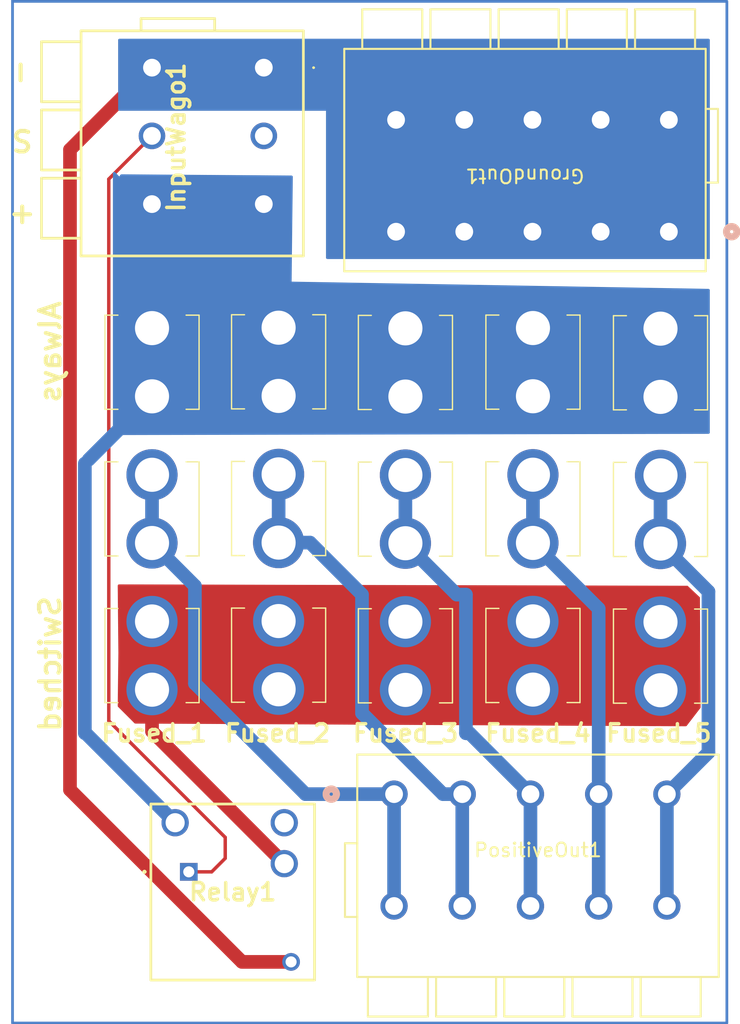
<source format=kicad_pcb>
(kicad_pcb (version 20211014) (generator pcbnew)
  (layers (0 "F.Cu" signal) (31 "B.Cu" signal) (34 "B.Paste" user) (35 "F.Paste" user) (36 "B.SilkS" user "B.Silkscreen") (37 "F.SilkS" user "F.Silkscreen") (38 "B.Mask" user) (39 "F.Mask" user) (44 "Edge.Cuts" user))
  (net 0 "")
  (net 1 "Net-(Fused_1-Pad1)")
  (net 2 "Net-(Fused_1-Pad3)")
  (net 4 "Net-(InputWago1-Pad4)")
  (net 5 "Net-(Fused_1-Pad5)")
  (net 6 "Net-(Fused_2-Pad3)")
  (net 7 "Net-(Fused_3-Pad3)")
  (net 8 "Net-(Fused_4-Pad3)")
  (net 9 "Net-(Fused_5-Pad3)")
  (net 10 "Net-(GroundOut1-Pad1)")
  (footprint "LIB_01000057Z:2 Way Fuse" (layer "F.Cu") (at 204.70544 90.759609 90)
    (fp_text reference "Fused_2" (at -3.220391 -0.079488 180) (layer "F.SilkS") (effects (font (size 1.27 1.27) (thickness 0.254))))
    (fp_text value "2_Way_Fuse" hide)
    (fp_line (start 9.8 -3.45) (end 16.7 -3.45) (layer "F.SilkS") (width 0.1))
    (fp_line (start 9.8 -2.5) (end 9.8 -3) (layer "F.SilkS") (width 0.1))
    (fp_line (start -0.95 -2.5) (end -0.95 -3) (layer "F.SilkS") (width 0.1))
    (fp_line (start -0.95 3.45) (end 5.95 3.45) (layer "F.SilkS") (width 0.1))
    (fp_line (start 20.55 -3.45) (end 27.45 -3.45) (layer "F.SilkS") (width 0.1))
    (fp_line (start 16.7 3.45) (end 16.7 2.5) (layer "F.SilkS") (width 0.1))
    (fp_line (start 20.55 2.5) (end 20.55 3.45) (layer "F.SilkS") (width 0.1))
    (fp_line (start 20.55 -2.5) (end 20.55 -3) (layer "F.SilkS") (width 0.1))
    (fp_line (start 9.8 2.5) (end 9.8 3.45) (layer "F.SilkS") (width 0.1))
    (fp_line (start 16.7 -3.45) (end 16.7 -2.5) (layer "F.SilkS") (width 0.1))
    (fp_line (start 5.95 3.45) (end 5.95 2.5) (layer "F.SilkS") (width 0.1))
    (fp_line (start 20.55 3.45) (end 27.45 3.45) (layer "F.SilkS") (width 0.1))
    (fp_line (start 9.8 3.45) (end 16.7 3.45) (layer "F.SilkS") (width 0.1))
    (fp_line (start 5.95 -3.45) (end 5.95 -2.5) (layer "F.SilkS") (width 0.1))
    (fp_line (start 9.8 -3) (end 9.8 -3.45) (layer "F.SilkS") (width 0.1))
    (fp_line (start 27.45 -3.45) (end 27.45 -2.5) (layer "F.SilkS") (width 0.1))
    (fp_line (start -0.95 2.5) (end -0.95 3.45) (layer "F.SilkS") (width 0.1))
    (fp_line (start -0.95 -3) (end -0.95 -3.45) (layer "F.SilkS") (width 0.1))
    (fp_line (start -0.95 -3.45) (end 5.95 -3.45) (layer "F.SilkS") (width 0.1))
    (fp_line (start 20.55 -3) (end 20.55 -3.45) (layer "F.SilkS") (width 0.1))
    (fp_line (start 27.45 3.45) (end 27.45 2.5) (layer "F.SilkS") (width 0.1))
    (pad "1" thru_hole circle (at 0 0 90) (size 3.75 3.75) (drill 2.5) (layers *.Cu *.Mask) (net 1 "Net-(Fused_1-Pad1)"))
    (pad "2" thru_hole circle (at 5 0 90) (size 3.75 3.75) (drill 2.5) (layers *.Cu *.Mask) (net 1 "Net-(Fused_1-Pad1)"))
    (pad "3" thru_hole circle (at 10.75 0 90) (size 3.75 3.75) (drill 2.5) (layers *.Cu *.Mask) (net 6 "Net-(Fused_2-Pad3)"))
    (pad "4" thru_hole circle (at 15.75 0 90) (size 3.75 3.75) (drill 2.5) (layers *.Cu *.Mask) (net 6 "Net-(Fused_2-Pad3)"))
    (pad "5" thru_hole circle (at 21.5 0 90) (size 3.75 3.75) (drill 2.5) (layers *.Cu *.Mask) (net 5 "Net-(Fused_1-Pad5)"))
    (pad "6" thru_hole circle (at 26.5 0 90) (size 3.75 3.75) (drill 2.5) (layers *.Cu *.Mask) (net 5 "Net-(Fused_1-Pad5)"))
  )
  (footprint "ul_2604-1105:CONN5_2604-1105_WAG" (layer "F.Cu") (at 233.318138 57.224739 180)
    (fp_text reference "GroundOut1" (at 10.549999 4.099999 180 unlocked) (layer "F.SilkS"))
    (fp_text value "2604-1105")
    (fp_circle (center -4.605 0) (end -4.224 0) (layer "B.SilkS") (width 0.508) (fill none))
    (fp_line (start -2.699998 13.400001) (end 23.799998 13.400001) (layer "F.SilkS") (width 0.1524))
    (fp_line (start 18.080002 13.400001) (end 18.080002 16.3) (layer "F.SilkS") (width 0.1524))
    (fp_line (start -2.699997 3.600003) (end -3.599998 3.600003) (layer "F.SilkS") (width 0.1524))
    (fp_line (start 8.080002 16.3) (end 12.480001 16.3) (layer "F.SilkS") (width 0.1524))
    (fp_line (start 13.080002 13.400001) (end 13.080002 16.3) (layer "F.SilkS") (width 0.1524))
    (fp_line (start -1.919998 13.400001) (end -1.919998 16.3) (layer "F.SilkS") (width 0.1524))
    (fp_line (start 23.799998 -2.9) (end 23.799998 13.400001) (layer "F.SilkS") (width 0.1524))
    (fp_line (start 7.480001 13.400001) (end 7.480001 16.3) (layer "F.SilkS") (width 0.1524))
    (fp_line (start -2.699997 9.000002) (end -3.599998 9.000002) (layer "F.SilkS") (width 0.1524))
    (fp_line (start 8.080002 13.400001) (end 8.080002 16.3) (layer "F.SilkS") (width 0.1524))
    (fp_line (start 12.480001 13.400001) (end 12.480001 16.3) (layer "F.SilkS") (width 0.1524))
    (fp_line (start 3.080002 16.3) (end 7.480001 16.3) (layer "F.SilkS") (width 0.1524))
    (fp_line (start 22.480004 13.400001) (end 22.480004 16.3) (layer "F.SilkS") (width 0.1524))
    (fp_line (start -2.699998 13.400001) (end -2.699998 -2.9) (layer "F.SilkS") (width 0.1524))
    (fp_line (start 3.080002 13.400001) (end 3.080002 16.3) (layer "F.SilkS") (width 0.1524))
    (fp_line (start -2.699998 -2.9) (end 23.799998 -2.9) (layer "F.SilkS") (width 0.1524))
    (fp_line (start -1.919998 16.3) (end 2.48 16.3) (layer "F.SilkS") (width 0.1524))
    (fp_line (start 18.080002 16.3) (end 22.480004 16.3) (layer "F.SilkS") (width 0.1524))
    (fp_line (start 2.48 13.400001) (end 2.48 16.3) (layer "F.SilkS") (width 0.1524))
    (fp_line (start 17.480001 13.400001) (end 17.480001 16.3) (layer "F.SilkS") (width 0.1524))
    (fp_line (start 13.080002 16.3) (end 17.480001 16.3) (layer "F.SilkS") (width 0.1524))
    (fp_line (start -3.599998 9.000002) (end -3.599998 3.600003) (layer "F.SilkS") (width 0.1524))
    (fp_circle (center -4.605 0) (end -4.224 0) (layer "F.SilkS") (width 0.508) (fill none))
    (pad "1" thru_hole circle (at 0 0 180) (size 2 2) (drill 1.3) (layers *.Cu *.Mask) (net 10 "Net-(GroundOut1-Pad1)"))
    (pad "2" thru_hole circle (at 0 8.199999 180) (size 2 2) (drill 1.3) (layers *.Cu *.Mask) (net 10 "Net-(GroundOut1-Pad1)"))
    (pad "3" thru_hole circle (at 5 0 180) (size 2 2) (drill 1.3) (layers *.Cu *.Mask) (net 10 "Net-(GroundOut1-Pad1)"))
    (pad "4" thru_hole circle (at 5 8.199999 180) (size 2 2) (drill 1.3) (layers *.Cu *.Mask) (net 10 "Net-(GroundOut1-Pad1)"))
    (pad "5" thru_hole circle (at 10.000001 0 180) (size 2 2) (drill 1.3) (layers *.Cu *.Mask) (net 10 "Net-(GroundOut1-Pad1)"))
    (pad "6" thru_hole circle (at 10.000001 8.199999 180) (size 2 2) (drill 1.3) (layers *.Cu *.Mask) (net 10 "Net-(GroundOut1-Pad1)"))
    (pad "7" thru_hole circle (at 15.000001 0 180) (size 2 2) (drill 1.3) (layers *.Cu *.Mask) (net 10 "Net-(GroundOut1-Pad1)"))
    (pad "8" thru_hole circle (at 15.000001 8.199999 180) (size 2 2) (drill 1.3) (layers *.Cu *.Mask) (net 10 "Net-(GroundOut1-Pad1)"))
    (pad "9" thru_hole circle (at 20.000001 0 180) (size 2 2) (drill 1.3) (layers *.Cu *.Mask) (net 10 "Net-(GroundOut1-Pad1)"))
    (pad "10" thru_hole circle (at 20.000001 8.199999 180) (size 2 2) (drill 1.3) (layers *.Cu *.Mask) (net 10 "Net-(GroundOut1-Pad1)"))
  )
  (footprint "LIB_01000057Z:2 Way Fuse" (layer "F.Cu") (at 232.704515 90.829674 90)
    (fp_text reference "Fused_5" (at -3.150326 -0.121991 180) (layer "F.SilkS") (effects (font (size 1.27 1.27) (thickness 0.254))))
    (fp_text value "2_Way_Fuse" hide)
    (fp_line (start 20.55 -3.45) (end 27.45 -3.45) (layer "F.SilkS") (width 0.1))
    (fp_line (start 20.55 3.45) (end 27.45 3.45) (layer "F.SilkS") (width 0.1))
    (fp_line (start 9.8 -3) (end 9.8 -3.45) (layer "F.SilkS") (width 0.1))
    (fp_line (start 27.45 -3.45) (end 27.45 -2.5) (layer "F.SilkS") (width 0.1))
    (fp_line (start 20.55 2.5) (end 20.55 3.45) (layer "F.SilkS") (width 0.1))
    (fp_line (start -0.95 -3.45) (end 5.95 -3.45) (layer "F.SilkS") (width 0.1))
    (fp_line (start 5.95 -3.45) (end 5.95 -2.5) (layer "F.SilkS") (width 0.1))
    (fp_line (start 20.55 -3) (end 20.55 -3.45) (layer "F.SilkS") (width 0.1))
    (fp_line (start -0.95 -2.5) (end -0.95 -3) (layer "F.SilkS") (width 0.1))
    (fp_line (start 16.7 3.45) (end 16.7 2.5) (layer "F.SilkS") (width 0.1))
    (fp_line (start 9.8 -2.5) (end 9.8 -3) (layer "F.SilkS") (width 0.1))
    (fp_line (start -0.95 2.5) (end -0.95 3.45) (layer "F.SilkS") (width 0.1))
    (fp_line (start 16.7 -3.45) (end 16.7 -2.5) (layer "F.SilkS") (width 0.1))
    (fp_line (start 9.8 -3.45) (end 16.7 -3.45) (layer "F.SilkS") (width 0.1))
    (fp_line (start 9.8 2.5) (end 9.8 3.45) (layer "F.SilkS") (width 0.1))
    (fp_line (start -0.95 -3) (end -0.95 -3.45) (layer "F.SilkS") (width 0.1))
    (fp_line (start -0.95 3.45) (end 5.95 3.45) (layer "F.SilkS") (width 0.1))
    (fp_line (start 9.8 3.45) (end 16.7 3.45) (layer "F.SilkS") (width 0.1))
    (fp_line (start 20.55 -2.5) (end 20.55 -3) (layer "F.SilkS") (width 0.1))
    (fp_line (start 27.45 3.45) (end 27.45 2.5) (layer "F.SilkS") (width 0.1))
    (fp_line (start 5.95 3.45) (end 5.95 2.5) (layer "F.SilkS") (width 0.1))
    (pad "1" thru_hole circle (at 0 0 90) (size 3.75 3.75) (drill 2.5) (layers *.Cu *.Mask) (net 1 "Net-(Fused_1-Pad1)"))
    (pad "2" thru_hole circle (at 5 0 90) (size 3.75 3.75) (drill 2.5) (layers *.Cu *.Mask) (net 1 "Net-(Fused_1-Pad1)"))
    (pad "3" thru_hole circle (at 10.75 0 90) (size 3.75 3.75) (drill 2.5) (layers *.Cu *.Mask) (net 9 "Net-(Fused_5-Pad3)"))
    (pad "4" thru_hole circle (at 15.75 0 90) (size 3.75 3.75) (drill 2.5) (layers *.Cu *.Mask) (net 9 "Net-(Fused_5-Pad3)"))
    (pad "5" thru_hole circle (at 21.5 0 90) (size 3.75 3.75) (drill 2.5) (layers *.Cu *.Mask) (net 5 "Net-(Fused_1-Pad5)"))
    (pad "6" thru_hole circle (at 26.5 0 90) (size 3.75 3.75) (drill 2.5) (layers *.Cu *.Mask) (net 5 "Net-(Fused_1-Pad5)"))
  )
  (footprint "ul_2604-1105:CONN5_2604-1105_WAG" (layer "F.Cu") (at 213.171352 98.444689)
    (fp_text reference "PositiveOut1" (at 10.549999 4.099999 unlocked) (layer "F.SilkS"))
    (fp_text value "2604-1105")
    (fp_circle (center -4.605 0) (end -4.224 0) (layer "B.SilkS") (width 0.508) (fill none))
    (fp_line (start 3.080002 13.400001) (end 3.080002 16.3) (layer "F.SilkS") (width 0.1524))
    (fp_line (start 18.080002 16.3) (end 22.480004 16.3) (layer "F.SilkS") (width 0.1524))
    (fp_line (start 8.080002 16.3) (end 12.480001 16.3) (layer "F.SilkS") (width 0.1524))
    (fp_line (start -2.699998 13.400001) (end 23.799998 13.400001) (layer "F.SilkS") (width 0.1524))
    (fp_line (start -2.699997 3.600003) (end -3.599998 3.600003) (layer "F.SilkS") (width 0.1524))
    (fp_line (start 23.799998 -2.9) (end 23.799998 13.400001) (layer "F.SilkS") (width 0.1524))
    (fp_line (start 18.080002 13.400001) (end 18.080002 16.3) (layer "F.SilkS") (width 0.1524))
    (fp_line (start 22.480004 13.400001) (end 22.480004 16.3) (layer "F.SilkS") (width 0.1524))
    (fp_line (start -2.699997 9.000002) (end -3.599998 9.000002) (layer "F.SilkS") (width 0.1524))
    (fp_line (start -2.699998 -2.9) (end 23.799998 -2.9) (layer "F.SilkS") (width 0.1524))
    (fp_line (start 8.080002 13.400001) (end 8.080002 16.3) (layer "F.SilkS") (width 0.1524))
    (fp_line (start 7.480001 13.400001) (end 7.480001 16.3) (layer "F.SilkS") (width 0.1524))
    (fp_line (start -2.699998 13.400001) (end -2.699998 -2.9) (layer "F.SilkS") (width 0.1524))
    (fp_line (start 13.080002 13.400001) (end 13.080002 16.3) (layer "F.SilkS") (width 0.1524))
    (fp_line (start 12.480001 13.400001) (end 12.480001 16.3) (layer "F.SilkS") (width 0.1524))
    (fp_line (start 2.48 13.400001) (end 2.48 16.3) (layer "F.SilkS") (width 0.1524))
    (fp_line (start 17.480001 13.400001) (end 17.480001 16.3) (layer "F.SilkS") (width 0.1524))
    (fp_line (start -1.919998 16.3) (end 2.48 16.3) (layer "F.SilkS") (width 0.1524))
    (fp_line (start -1.919998 13.400001) (end -1.919998 16.3) (layer "F.SilkS") (width 0.1524))
    (fp_line (start 13.080002 16.3) (end 17.480001 16.3) (layer "F.SilkS") (width 0.1524))
    (fp_line (start -3.599998 9.000002) (end -3.599998 3.600003) (layer "F.SilkS") (width 0.1524))
    (fp_line (start 3.080002 16.3) (end 7.480001 16.3) (layer "F.SilkS") (width 0.1524))
    (fp_circle (center -4.605 0) (end -4.224 0) (layer "F.SilkS") (width 0.508) (fill none))
    (pad "1" thru_hole circle (at 0 0) (size 2 2) (drill 1.3) (layers *.Cu *.Mask) (net 2 "Net-(Fused_1-Pad3)"))
    (pad "2" thru_hole circle (at 0 8.199999) (size 2 2) (drill 1.3) (layers *.Cu *.Mask) (net 2 "Net-(Fused_1-Pad3)"))
    (pad "3" thru_hole circle (at 5 0) (size 2 2) (drill 1.3) (layers *.Cu *.Mask) (net 6 "Net-(Fused_2-Pad3)"))
    (pad "4" thru_hole circle (at 5 8.199999) (size 2 2) (drill 1.3) (layers *.Cu *.Mask) (net 6 "Net-(Fused_2-Pad3)"))
    (pad "5" thru_hole circle (at 10.000001 0) (size 2 2) (drill 1.3) (layers *.Cu *.Mask) (net 7 "Net-(Fused_3-Pad3)"))
    (pad "6" thru_hole circle (at 10.000001 8.199999) (size 2 2) (drill 1.3) (layers *.Cu *.Mask) (net 7 "Net-(Fused_3-Pad3)"))
    (pad "7" thru_hole circle (at 15.000001 0) (size 2 2) (drill 1.3) (layers *.Cu *.Mask) (net 8 "Net-(Fused_4-Pad3)"))
    (pad "8" thru_hole circle (at 15.000001 8.199999) (size 2 2) (drill 1.3) (layers *.Cu *.Mask) (net 8 "Net-(Fused_4-Pad3)"))
    (pad "9" thru_hole circle (at 20.000001 0) (size 2 2) (drill 1.3) (layers *.Cu *.Mask) (net 9 "Net-(Fused_5-Pad3)"))
    (pad "10" thru_hole circle (at 20.000001 8.199999) (size 2 2) (drill 1.3) (layers *.Cu *.Mask) (net 9 "Net-(Fused_5-Pad3)"))
  )
  (footprint "LIB_01000057Z:2 Way Fuse" (layer "F.Cu") (at 195.4244 90.789609 90)
    (fp_text reference "Fused_1" (at -3.190391 0.1556 180) (layer "F.SilkS") (effects (font (size 1.27 1.27) (thickness 0.254))))
    (fp_text value "2_Way_Fuse" hide)
    (fp_line (start 20.55 -3.45) (end 27.45 -3.45) (layer "F.SilkS") (width 0.1))
    (fp_line (start 20.55 2.5) (end 20.55 3.45) (layer "F.SilkS") (width 0.1))
    (fp_line (start 16.7 -3.45) (end 16.7 -2.5) (layer "F.SilkS") (width 0.1))
    (fp_line (start 9.8 -3) (end 9.8 -3.45) (layer "F.SilkS") (width 0.1))
    (fp_line (start -0.95 -3.45) (end 5.95 -3.45) (layer "F.SilkS") (width 0.1))
    (fp_line (start -0.95 2.5) (end -0.95 3.45) (layer "F.SilkS") (width 0.1))
    (fp_line (start 27.45 3.45) (end 27.45 2.5) (layer "F.SilkS") (width 0.1))
    (fp_line (start 9.8 3.45) (end 16.7 3.45) (layer "F.SilkS") (width 0.1))
    (fp_line (start 5.95 -3.45) (end 5.95 -2.5) (layer "F.SilkS") (width 0.1))
    (fp_line (start 5.95 3.45) (end 5.95 2.5) (layer "F.SilkS") (width 0.1))
    (fp_line (start 20.55 -2.5) (end 20.55 -3) (layer "F.SilkS") (width 0.1))
    (fp_line (start 9.8 2.5) (end 9.8 3.45) (layer "F.SilkS") (width 0.1))
    (fp_line (start -0.95 -2.5) (end -0.95 -3) (layer "F.SilkS") (width 0.1))
    (fp_line (start -0.95 -3) (end -0.95 -3.45) (layer "F.SilkS") (width 0.1))
    (fp_line (start 9.8 -3.45) (end 16.7 -3.45) (layer "F.SilkS") (width 0.1))
    (fp_line (start 20.55 -3) (end 20.55 -3.45) (layer "F.SilkS") (width 0.1))
    (fp_line (start -0.95 3.45) (end 5.95 3.45) (layer "F.SilkS") (width 0.1))
    (fp_line (start 16.7 3.45) (end 16.7 2.5) (layer "F.SilkS") (width 0.1))
    (fp_line (start 20.55 3.45) (end 27.45 3.45) (layer "F.SilkS") (width 0.1))
    (fp_line (start 27.45 -3.45) (end 27.45 -2.5) (layer "F.SilkS") (width 0.1))
    (fp_line (start 9.8 -2.5) (end 9.8 -3) (layer "F.SilkS") (width 0.1))
    (pad "1" thru_hole circle (at 0 0 90) (size 3.75 3.75) (drill 2.5) (layers *.Cu *.Mask) (net 1 "Net-(Fused_1-Pad1)"))
    (pad "2" thru_hole circle (at 5 0 90) (size 3.75 3.75) (drill 2.5) (layers *.Cu *.Mask) (net 1 "Net-(Fused_1-Pad1)"))
    (pad "3" thru_hole circle (at 10.75 0 90) (size 3.75 3.75) (drill 2.5) (layers *.Cu *.Mask) (net 2 "Net-(Fused_1-Pad3)"))
    (pad "4" thru_hole circle (at 15.75 0 90) (size 3.75 3.75) (drill 2.5) (layers *.Cu *.Mask) (net 2 "Net-(Fused_1-Pad3)"))
    (pad "5" thru_hole circle (at 21.5 0 90) (size 3.75 3.75) (drill 2.5) (layers *.Cu *.Mask) (net 5 "Net-(Fused_1-Pad5)"))
    (pad "6" thru_hole circle (at 26.5 0 90) (size 3.75 3.75) (drill 2.5) (layers *.Cu *.Mask) (net 5 "Net-(Fused_1-Pad5)"))
  )
  (footprint "LIB_1393280-6:13932806" (layer "F.Cu") (at 198.12 104.14 180)
    (fp_text reference "Relay1" (at -3.22 -1.48) (layer "F.SilkS") (effects (font (size 1.27 1.27) (thickness 0.254))))
    (fp_text value "1393280-6" hide)
    (fp_line (start -9.22 -7.93) (end -9.22 4.97) (layer "F.SilkS") (width 0.2))
    (fp_line (start 3.2 0) (end 3.2 0) (layer "F.SilkS") (width 0.2))
    (fp_line (start 2.78 4.97) (end 2.78 -7.93) (layer "F.SilkS") (width 0.2))
    (fp_line (start 3.3 0) (end 3.3 0) (layer "F.SilkS") (width 0.2))
    (fp_line (start 2.78 -7.93) (end -9.22 -7.93) (layer "F.SilkS") (width 0.2))
    (fp_line (start 3.2 0) (end 3.2 0) (layer "F.SilkS") (width 0.2))
    (fp_line (start -9.22 4.97) (end 2.78 4.97) (layer "F.SilkS") (width 0.2))
    (fp_arc (start 3.2 0) (mid 3.25 -0.05) (end 3.3 0) (layer "F.SilkS") (width 0.2))
    (fp_arc (start 3.3 0) (mid 3.25 0.05) (end 3.2 0) (layer "F.SilkS") (width 0.2))
    (fp_arc (start 3.3 0) (mid 3.25 0.05) (end 3.2 0) (layer "F.SilkS") (width 0.2))
    (pad "1" thru_hole rect locked (at 0 0 180) (size 1.3 1.3) (drill 0.81) (layers *.Cu *.Mask) (net 4 "Net-(InputWago1-Pad4)"))
    (pad "2" thru_hole circle locked (at -7.5 -6.6 180) (size 1.3 1.3) (drill 0.81) (layers *.Cu *.Mask) (net 10 "Net-(GroundOut1-Pad1)"))
    (pad "3" thru_hole circle locked (at -7 3.6 180) (size 2 2) (drill 1.4) (layers *.Cu *.Mask))
    (pad "4" thru_hole circle locked (at 1 3.6 180) (size 2 2) (drill 1.4) (layers *.Cu *.Mask) (net 5 "Net-(Fused_1-Pad5)"))
    (pad "5" thru_hole circle locked (at -7 0.6 180) (size 2 2) (drill 1.4) (layers *.Cu *.Mask) (net 1 "Net-(Fused_1-Pad1)"))
  )
  (footprint "LIB_01000057Z:2 Way Fuse" (layer "F.Cu") (at 214.002198 90.806484 90)
    (fp_text reference "Fused_3" (at -3.173516 0.018068 180) (layer "F.SilkS") (effects (font (size 1.27 1.27) (thickness 0.254))))
    (fp_text value "2_Way_Fuse" hide)
    (fp_line (start 5.95 3.45) (end 5.95 2.5) (layer "F.SilkS") (width 0.1))
    (fp_line (start -0.95 -3.45) (end 5.95 -3.45) (layer "F.SilkS") (width 0.1))
    (fp_line (start 20.55 2.5) (end 20.55 3.45) (layer "F.SilkS") (width 0.1))
    (fp_line (start 9.8 -3) (end 9.8 -3.45) (layer "F.SilkS") (width 0.1))
    (fp_line (start 9.8 -3.45) (end 16.7 -3.45) (layer "F.SilkS") (width 0.1))
    (fp_line (start -0.95 2.5) (end -0.95 3.45) (layer "F.SilkS") (width 0.1))
    (fp_line (start 20.55 -2.5) (end 20.55 -3) (layer "F.SilkS") (width 0.1))
    (fp_line (start 9.8 2.5) (end 9.8 3.45) (layer "F.SilkS") (width 0.1))
    (fp_line (start 20.55 3.45) (end 27.45 3.45) (layer "F.SilkS") (width 0.1))
    (fp_line (start 27.45 3.45) (end 27.45 2.5) (layer "F.SilkS") (width 0.1))
    (fp_line (start 20.55 -3.45) (end 27.45 -3.45) (layer "F.SilkS") (width 0.1))
    (fp_line (start 16.7 -3.45) (end 16.7 -2.5) (layer "F.SilkS") (width 0.1))
    (fp_line (start 20.55 -3) (end 20.55 -3.45) (layer "F.SilkS") (width 0.1))
    (fp_line (start 27.45 -3.45) (end 27.45 -2.5) (layer "F.SilkS") (width 0.1))
    (fp_line (start -0.95 -3) (end -0.95 -3.45) (layer "F.SilkS") (width 0.1))
    (fp_line (start 5.95 -3.45) (end 5.95 -2.5) (layer "F.SilkS") (width 0.1))
    (fp_line (start 16.7 3.45) (end 16.7 2.5) (layer "F.SilkS") (width 0.1))
    (fp_line (start 9.8 -2.5) (end 9.8 -3) (layer "F.SilkS") (width 0.1))
    (fp_line (start -0.95 -2.5) (end -0.95 -3) (layer "F.SilkS") (width 0.1))
    (fp_line (start -0.95 3.45) (end 5.95 3.45) (layer "F.SilkS") (width 0.1))
    (fp_line (start 9.8 3.45) (end 16.7 3.45) (layer "F.SilkS") (width 0.1))
    (pad "1" thru_hole circle (at 0 0 90) (size 3.75 3.75) (drill 2.5) (layers *.Cu *.Mask) (net 1 "Net-(Fused_1-Pad1)"))
    (pad "2" thru_hole circle (at 5 0 90) (size 3.75 3.75) (drill 2.5) (layers *.Cu *.Mask) (net 1 "Net-(Fused_1-Pad1)"))
    (pad "3" thru_hole circle (at 10.75 0 90) (size 3.75 3.75) (drill 2.5) (layers *.Cu *.Mask) (net 7 "Net-(Fused_3-Pad3)"))
    (pad "4" thru_hole circle (at 15.75 0 90) (size 3.75 3.75) (drill 2.5) (layers *.Cu *.Mask) (net 7 "Net-(Fused_3-Pad3)"))
    (pad "5" thru_hole circle (at 21.5 0 90) (size 3.75 3.75) (drill 2.5) (layers *.Cu *.Mask) (net 5 "Net-(Fused_1-Pad5)"))
    (pad "6" thru_hole circle (at 26.5 0 90) (size 3.75 3.75) (drill 2.5) (layers *.Cu *.Mask) (net 5 "Net-(Fused_1-Pad5)"))
  )
  (footprint "LIB_2604-1103:26041103" (layer "F.Cu") (at 203.620798 45.201018 -90)
    (fp_text reference "InputWago1" (at 5.1 6.425 90) (layer "F.SilkS") (effects (font (size 1.27 1.27) (thickness 0.254))))
    (fp_text value "2604-1103" hide)
    (fp_line (start 0 -3.7) (end 0 -3.7) (layer "F.SilkS") (width 0.1))
    (fp_line (start -3.6 3.6) (end -3.6 9) (layer "F.SilkS") (width 0.2))
    (fp_line (start 8.1 13.4) (end 8.1 16.3) (layer "F.SilkS") (width 0.2))
    (fp_line (start -2.7 3.6) (end -3.6 3.6) (layer "F.SilkS") (width 0.2))
    (fp_line (start -3.6 9) (end -2.7 9) (layer "F.SilkS") (width 0.2))
    (fp_line (start 12.5 16.3) (end 12.5 13.4) (layer "F.SilkS") (width 0.2))
    (fp_line (start 0 -3.6) (end 0 -3.6) (layer "F.SilkS") (width 0.1))
    (fp_line (start 7.5 16.3) (end 7.5 13.4) (layer "F.SilkS") (width 0.2))
    (fp_line (start -2.7 13.4) (end -2.7 -2.9) (layer "F.SilkS") (width 0.2))
    (fp_line (start 13.8 13.4) (end -2.7 13.4) (layer "F.SilkS") (width 0.2))
    (fp_line (start 8.1 16.3) (end 12.5 16.3) (layer "F.SilkS") (width 0.2))
    (fp_line (start -2.7 -2.9) (end 13.8 -2.9) (layer "F.SilkS") (width 0.2))
    (fp_line (start 3.1 13.4) (end 3.1 16.3) (layer "F.SilkS") (width 0.2))
    (fp_line (start 2.5 16.3) (end 2.5 13.4) (layer "F.SilkS") (width 0.2))
    (fp_line (start 13.8 -2.9) (end 13.8 13.4) (layer "F.SilkS") (width 0.2))
    (fp_line (start 3.1 16.3) (end 7.5 16.3) (layer "F.SilkS") (width 0.2))
    (fp_line (start -1.9 13.4) (end -1.9 16.3) (layer "F.SilkS") (width 0.2))
    (fp_line (start -1.9 16.3) (end 2.5 16.3) (layer "F.SilkS") (width 0.2))
    (fp_arc (start 0 -3.7) (mid 0.05 -3.65) (end 0 -3.6) (layer "F.SilkS") (width 0.1))
    (fp_arc (start 0 -3.6) (mid -0.05 -3.65) (end 0 -3.7) (layer "F.SilkS") (width 0.1))
    (pad "1" thru_hole rect locked (at 0 0 270) (size 1.95 1.95) (drill 1.3) (layers *.Cu *.Mask) (net 10 "Net-(GroundOut1-Pad1)"))
    (pad "2" thru_hole circle locked (at 0 8.2 270) (size 1.95 1.95) (drill 1.3) (layers *.Cu *.Mask) (net 10 "Net-(GroundOut1-Pad1)"))
    (pad "3" thru_hole circle locked (at 5 0 270) (size 1.95 1.95) (drill 1.3) (layers *.Cu *.Mask))
    (pad "4" thru_hole circle locked (at 5 8.2 270) (size 1.95 1.95) (drill 1.3) (layers *.Cu *.Mask) (net 4 "Net-(InputWago1-Pad4)"))
    (pad "5" thru_hole circle locked (at 10 0 270) (size 1.95 1.95) (drill 1.3) (layers *.Cu *.Mask) (net 5 "Net-(Fused_1-Pad5)"))
    (pad "6" thru_hole circle locked (at 10 8.2 270) (size 1.95 1.95) (drill 1.3) (layers *.Cu *.Mask) (net 5 "Net-(Fused_1-Pad5)"))
  )
  (footprint "LIB_01000057Z:2 Way Fuse" (layer "F.Cu") (at 223.353284 90.783724 90)
    (fp_text reference "Fused_4" (at -3.196276 0.368068 180) (layer "F.SilkS") (effects (font (size 1.27 1.27) (thickness 0.254))))
    (fp_text value "2_Way_Fuse" hide)
    (fp_line (start 20.55 3.45) (end 27.45 3.45) (layer "F.SilkS") (width 0.1))
    (fp_line (start 20.55 -3) (end 20.55 -3.45) (layer "F.SilkS") (width 0.1))
    (fp_line (start -0.95 -2.5) (end -0.95 -3) (layer "F.SilkS") (width 0.1))
    (fp_line (start 9.8 -2.5) (end 9.8 -3) (layer "F.SilkS") (width 0.1))
    (fp_line (start -0.95 2.5) (end -0.95 3.45) (layer "F.SilkS") (width 0.1))
    (fp_line (start 9.8 2.5) (end 9.8 3.45) (layer "F.SilkS") (width 0.1))
    (fp_line (start 20.55 -3.45) (end 27.45 -3.45) (layer "F.SilkS") (width 0.1))
    (fp_line (start 27.45 3.45) (end 27.45 2.5) (layer "F.SilkS") (width 0.1))
    (fp_line (start 16.7 -3.45) (end 16.7 -2.5) (layer "F.SilkS") (width 0.1))
    (fp_line (start 9.8 3.45) (end 16.7 3.45) (layer "F.SilkS") (width 0.1))
    (fp_line (start 5.95 3.45) (end 5.95 2.5) (layer "F.SilkS") (width 0.1))
    (fp_line (start -0.95 -3.45) (end 5.95 -3.45) (layer "F.SilkS") (width 0.1))
    (fp_line (start 5.95 -3.45) (end 5.95 -2.5) (layer "F.SilkS") (width 0.1))
    (fp_line (start 16.7 3.45) (end 16.7 2.5) (layer "F.SilkS") (width 0.1))
    (fp_line (start 20.55 2.5) (end 20.55 3.45) (layer "F.SilkS") (width 0.1))
    (fp_line (start 9.8 -3) (end 9.8 -3.45) (layer "F.SilkS") (width 0.1))
    (fp_line (start 20.55 -2.5) (end 20.55 -3) (layer "F.SilkS") (width 0.1))
    (fp_line (start 9.8 -3.45) (end 16.7 -3.45) (layer "F.SilkS") (width 0.1))
    (fp_line (start -0.95 3.45) (end 5.95 3.45) (layer "F.SilkS") (width 0.1))
    (fp_line (start -0.95 -3) (end -0.95 -3.45) (layer "F.SilkS") (width 0.1))
    (fp_line (start 27.45 -3.45) (end 27.45 -2.5) (layer "F.SilkS") (width 0.1))
    (pad "1" thru_hole circle (at 0 0 90) (size 3.75 3.75) (drill 2.5) (layers *.Cu *.Mask) (net 1 "Net-(Fused_1-Pad1)"))
    (pad "2" thru_hole circle (at 5 0 90) (size 3.75 3.75) (drill 2.5) (layers *.Cu *.Mask) (net 1 "Net-(Fused_1-Pad1)"))
    (pad "3" thru_hole circle (at 10.75 0 90) (size 3.75 3.75) (drill 2.5) (layers *.Cu *.Mask) (net 8 "Net-(Fused_4-Pad3)"))
    (pad "4" thru_hole circle (at 15.75 0 90) (size 3.75 3.75) (drill 2.5) (layers *.Cu *.Mask) (net 8 "Net-(Fused_4-Pad3)"))
    (pad "5" thru_hole circle (at 21.5 0 90) (size 3.75 3.75) (drill 2.5) (layers *.Cu *.Mask) (net 5 "Net-(Fused_1-Pad5)"))
    (pad "6" thru_hole circle (at 26.5 0 90) (size 3.75 3.75) (drill 2.5) (layers *.Cu *.Mask) (net 5 "Net-(Fused_1-Pad5)"))
  )
  (gr_poly (pts (xy 234.650757 83.272738) (xy 235.496525 84.068755) (xy 235.546276 92.078675) (xy 234.551255 93.372203) (xy 194.203146 93.173199) (xy 193.00912 91.979173) (xy 193.058872 88.098591) (xy 193.00912 83.173236)) (layer "F.Cu") (width 0.2) (fill solid))
  (gr_poly (pts (xy 236.22 59.126881) (xy 208.28 59.126881) (xy 208.28 48.26) (xy 193.04 48.26) (xy 193.04 43.18) (xy 236.22 43.18)) (layer "B.Cu") (width 0.2) (fill solid))
  (gr_poly (pts (xy 193.04 53.34) (xy 193.187166 53.118388) (xy 205.645953 53.206748) (xy 205.557592 60.982445) (xy 236.218578 61.512606) (xy 236.218578 71.939108) (xy 192.657005 72.027469) (xy 192.657005 52.941668)) (layer "B.Cu") (width 0.2) (fill solid))
  (gr_rect (start 185.197147 40.341898) (end 237.570761 115.2208) (layer "B.Cu") (width 0.2) (fill none))
  (gr_text "+" (at 185.90829 55.842439) (layer "F.SilkS") (effects (font (size 1.5 1.5) (thickness 0.3))))
  (gr_text "-" (at 185.682925 45.550769 90) (layer "F.SilkS") (effects (font (size 1.5 1.5) (thickness 0.3))))
  (gr_text "Switched" (at 187.96 88.9 90) (layer "F.SilkS") (effects (font (size 1.5 1.5) (thickness 0.3)) (justify mirror)))
  (gr_text "Always" (at 187.96 66.04 90) (layer "F.SilkS") (effects (font (size 1.5 1.5) (thickness 0.3)) (justify mirror)))
  (gr_text "S" (at 185.90829 50.659043) (layer "F.SilkS") (effects (font (size 1.5 1.5) (thickness 0.3))))
  (segment (start 195.4244 85.789609) (end 204.67544 85.789609) (width 1) (layer "F.Cu") (net 1))
  (segment (start 195.4244 93.8444) (end 205.12 103.54) (width 1) (layer "F.Cu") (net 1))
  (segment (start 214.002198 85.806484) (end 214.002198 90.806484) (width 1) (layer "F.Cu") (net 1))
  (segment (start 214.002198 90.806484) (end 223.330524 90.806484) (width 1) (layer "F.Cu") (net 1))
  (segment (start 204.70544 90.759609) (end 213.955323 90.759609) (width 1) (layer "F.Cu") (net 1))
  (segment (start 223.353284 85.783724) (end 223.353284 90.783724) (width 1) (layer "F.Cu") (net 1))
  (segment (start 204.67544 90.789609) (end 204.70544 90.759609) (width 1) (layer "F.Cu") (net 1))
  (segment (start 204.70544 85.759609) (end 204.70544 90.759609) (width 1) (layer "F.Cu") (net 1))
  (segment (start 195.4244 85.789609) (end 195.4244 90.789609) (width 1) (layer "F.Cu") (net 1))
  (segment (start 223.330524 85.806484) (end 223.353284 85.783724) (width 1) (layer "F.Cu") (net 1))
  (segment (start 232.658565 85.783724) (end 232.704515 85.829674) (width 1) (layer "F.Cu") (net 1))
  (segment (start 232.704515 90.829674) (end 223.399234 90.829674) (width 1) (layer "F.Cu") (net 1))
  (segment (start 223.399234 90.829674) (end 223.353284 90.783724) (width 1) (layer "F.Cu") (net 1))
  (segment (start 213.955323 90.759609) (end 214.002198 90.806484) (width 1) (layer "F.Cu") (net 1))
  (segment (start 195.4244 90.789609) (end 204.67544 90.789609) (width 1) (layer "F.Cu") (net 1))
  (segment (start 232.704515 85.829674) (end 232.704515 90.829674) (width 1) (layer "F.Cu") (net 1))
  (segment (start 195.4244 90.789609) (end 195.4244 93.8444) (width 1) (layer "F.Cu") (net 1))
  (segment (start 223.353284 85.783724) (end 232.658565 85.783724) (width 1) (layer "F.Cu") (net 1))
  (segment (start 213.955323 85.759609) (end 214.002198 85.806484) (width 1) (layer "F.Cu") (net 1))
  (segment (start 214.002198 85.806484) (end 223.330524 85.806484) (width 1) (layer "F.Cu") (net 1))
  (segment (start 204.70544 85.759609) (end 213.955323 85.759609) (width 1) (layer "F.Cu") (net 1))
  (segment (start 204.67544 85.789609) (end 204.70544 85.759609) (width 1) (layer "F.Cu") (net 1))
  (segment (start 223.330524 90.806484) (end 223.353284 90.783724) (width 1) (layer "F.Cu") (net 1))
  (segment (start 213.171352 98.444689) (end 213.171352 106.491352) (width 1) (layer "B.Cu") (net 2))
  (segment (start 206.677095 98.444689) (end 213.171352 98.444689) (width 1) (layer "B.Cu") (net 2))
  (segment (start 213.171352 106.491352) (end 213.36 106.68) (width 1) (layer "B.Cu") (net 2))
  (segment (start 198.5694 83.184609) (end 198.5694 90.336994) (width 1) (layer "B.Cu") (net 2))
  (segment (start 195.4244 80.039609) (end 198.5694 83.184609) (width 1) (layer "B.Cu") (net 2))
  (segment (start 195.4244 75.039609) (end 195.4244 80.039609) (width 1) (layer "B.Cu") (net 2))
  (segment (start 198.5694 90.336994) (end 206.677095 98.444689) (width 1) (layer "B.Cu") (net 2))
  (segment (start 199.800312 104.14) (end 200.791417 103.148895) (width 0.25) (layer "F.Cu") (net 4))
  (segment (start 200.791417 103.148895) (end 200.791417 101.614235) (width 0.25) (layer "F.Cu") (net 4))
  (segment (start 192.254875 53.366941) (end 195.420798 50.201018) (width 0.25) (layer "F.Cu") (net 4))
  (segment (start 192.254875 93.077693) (end 192.254875 53.366941) (width 0.25) (layer "F.Cu") (net 4))
  (segment (start 200.791417 101.614235) (end 192.254875 93.077693) (width 0.25) (layer "F.Cu") (net 4))
  (segment (start 198.12 104.14) (end 199.800312 104.14) (width 0.25) (layer "F.Cu") (net 4))
  (segment (start 190.5 74.214009) (end 190.777005 73.937005) (width 0.25) (layer "B.Cu") (net 5))
  (segment (start 195.464465 69.329674) (end 195.4244 69.289609) (width 1) (layer "B.Cu") (net 5))
  (segment (start 195.4244 55.20462) (end 195.420798 55.201018) (width 1) (layer "B.Cu") (net 5))
  (segment (start 195.4244 64.289609) (end 195.4244 55.20462) (width 1) (layer "B.Cu") (net 5))
  (segment (start 203.620798 55.201018) (end 195.420798 55.201018) (width 1) (layer "B.Cu") (net 5))
  (segment (start 190.5 93.92) (end 190.5 74.214009) (width 0.25) (layer "B.Cu") (net 5))
  (segment (start 190.5 93.98) (end 190.5 74.214009) (width 1) (layer "B.Cu") (net 5))
  (segment (start 197.12 100.54) (end 190.5 93.92) (width 1) (layer "B.Cu") (net 5))
  (segment (start 232.66445 64.289609) (end 232.704515 64.329674) (width 1) (layer "B.Cu") (net 5))
  (segment (start 232.704515 64.329674) (end 232.704515 69.329674) (width 1) (layer "B.Cu") (net 5))
  (segment (start 190.777005 73.937005) (end 195.4244 69.289609) (width 1) (layer "B.Cu") (net 5))
  (segment (start 195.4244 64.289609) (end 232.66445 64.289609) (width 1) (layer "B.Cu") (net 5))
  (segment (start 232.704515 69.329674) (end 195.464465 69.329674) (width 1) (layer "B.Cu") (net 5))
  (segment (start 195.4244 64.289609) (end 195.4244 69.289609) (width 1) (layer "B.Cu") (net 5))
  (segment (start 210.82 92.50755) (end 210.82 83.82) (width 1) (layer "B.Cu") (net 6))
  (segment (start 218.171352 98.444689) (end 216.757139 98.444689) (width 1) (layer "B.Cu") (net 6))
  (segment (start 204.70544 75.009609) (end 204.70544 80.009609) (width 1) (layer "B.Cu") (net 6))
  (segment (start 216.757139 98.444689) (end 210.82 92.50755) (width 1) (layer "B.Cu") (net 6))
  (segment (start 218.171352 98.444689) (end 218.171352 106.644688) (width 1) (layer "B.Cu") (net 6))
  (segment (start 210.82 83.82) (end 207.009609 80.009609) (width 1) (layer "B.Cu") (net 6))
  (segment (start 207.009609 80.009609) (end 204.70544 80.009609) (width 1) (layer "B.Cu") (net 6))
  (segment (start 218.44 83.82) (end 218.44 93.98) (width 1) (layer "B.Cu") (net 7))
  (segment (start 214.002198 75.056484) (end 214.002198 80.056484) (width 1) (layer "B.Cu") (net 7))
  (segment (start 218.706664 93.98) (end 223.171353 98.444689) (width 1) (layer "B.Cu") (net 7))
  (segment (start 223.171353 98.444689) (end 223.171353 106.644688) (width 1) (layer "B.Cu") (net 7))
  (segment (start 217.765714 83.82) (end 218.44 83.82) (width 1) (layer "B.Cu") (net 7))
  (segment (start 218.44 93.98) (end 218.706664 93.98) (width 1) (layer "B.Cu") (net 7))
  (segment (start 214.002198 80.056484) (end 217.765714 83.82) (width 1) (layer "B.Cu") (net 7))
  (segment (start 228.171353 84.851793) (end 223.353284 80.033724) (width 1) (layer "B.Cu") (net 8))
  (segment (start 228.171353 98.444689) (end 228.171353 106.644688) (width 1) (layer "B.Cu") (net 8))
  (segment (start 223.353284 75.033724) (end 223.353284 80.033724) (width 1) (layer "B.Cu") (net 8))
  (segment (start 228.171353 98.444689) (end 228.171353 84.851793) (width 1) (layer "B.Cu") (net 8))
  (segment (start 232.704515 75.079674) (end 232.704515 80.079674) (width 1) (layer "B.Cu") (net 9))
  (segment (start 233.171353 98.444689) (end 233.171353 106.644688) (width 1) (layer "B.Cu") (net 9))
  (segment (start 236.22 83.595159) (end 236.22 95.396042) (width 1) (layer "B.Cu") (net 9))
  (segment (start 236.22 95.396042) (end 233.171353 98.444689) (width 1) (layer "B.Cu") (net 9))
  (segment (start 232.704515 80.079674) (end 236.22 83.595159) (width 1) (layer "B.Cu") (net 9))
  (segment (start 205.62 110.74) (end 202.02 110.74) (width 1) (layer "F.Cu") (net 10))
  (segment (start 189.410546 51.21127) (end 195.420798 45.201018) (width 1) (layer "F.Cu") (net 10))
  (segment (start 202.02 110.74) (end 189.410546 98.130546) (width 1) (layer "F.Cu") (net 10))
  (segment (start 189.410546 98.130546) (end 189.410546 51.21127) (width 1) (layer "F.Cu") (net 10))
  (segment (start 213.318137 57.224739) (end 218.318137 57.224739) (width 1) (layer "B.Cu") (net 10))
  (segment (start 228.318138 49.02474) (end 223.318137 49.02474) (width 1) (layer "B.Cu") (net 10))
  (segment (start 228.318138 57.224739) (end 233.318138 57.224739) (width 1) (layer "B.Cu") (net 10))
  (segment (start 213.318137 49.02474) (end 218.318137 49.02474) (width 1) (layer "B.Cu") (net 10))
  (segment (start 195.420798 45.201018) (end 203.620798 45.201018) (width 1) (layer "B.Cu") (net 10))
  (segment (start 203.620798 45.201018) (end 209.494415 45.201018) (width 1) (layer "B.Cu") (net 10))
  (segment (start 218.318137 49.02474) (end 223.318137 49.02474) (width 1) (layer "B.Cu") (net 10))
  (segment (start 223.318137 57.224739) (end 228.318138 57.224739) (width 1) (layer "B.Cu") (net 10))
  (segment (start 233.318138 49.02474) (end 228.318138 49.02474) (width 1) (layer "B.Cu") (net 10))
  (segment (start 218.318137 57.224739) (end 223.318137 57.224739) (width 1) (layer "B.Cu") (net 10))
  (segment (start 233.318138 49.02474) (end 233.318138 57.224739) (width 1) (layer "B.Cu") (net 10))
  (segment (start 209.494415 45.201018) (end 213.318137 49.02474) (width 1) (layer "B.Cu") (net 10))
)
</source>
